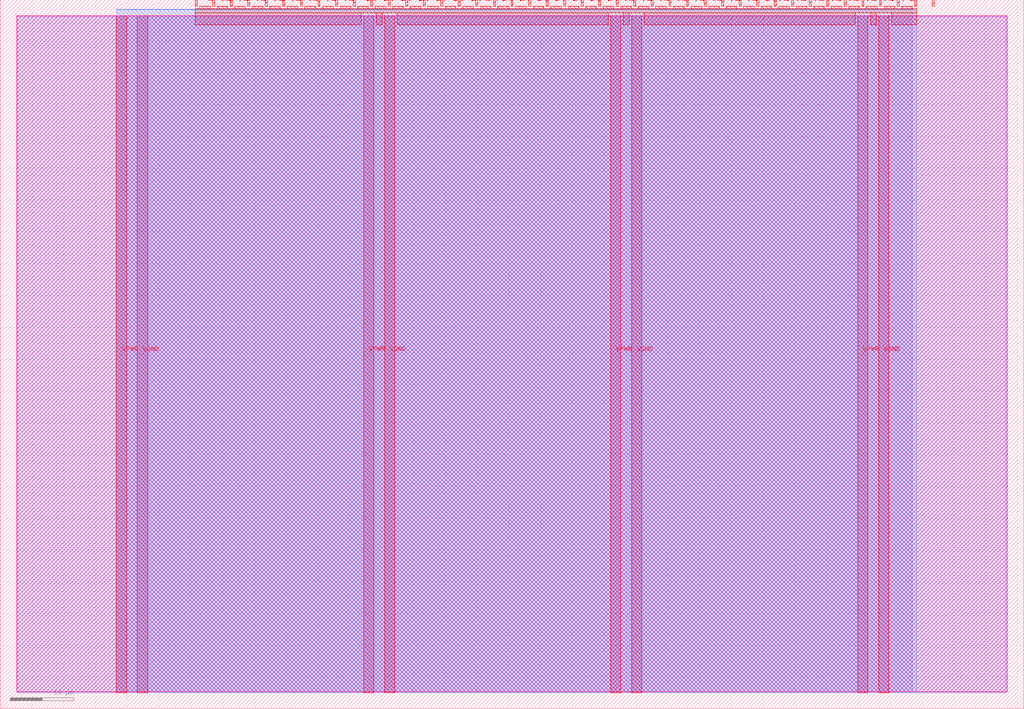
<source format=lef>
VERSION 5.7 ;
  NOWIREEXTENSIONATPIN ON ;
  DIVIDERCHAR "/" ;
  BUSBITCHARS "[]" ;
MACRO tt_um_wokwi_441378095886546945
  CLASS BLOCK ;
  FOREIGN tt_um_wokwi_441378095886546945 ;
  ORIGIN 0.000 0.000 ;
  SIZE 161.000 BY 111.520 ;
  PIN VGND
    DIRECTION INOUT ;
    USE GROUND ;
    PORT
      LAYER met4 ;
        RECT 21.580 2.480 23.180 109.040 ;
    END
    PORT
      LAYER met4 ;
        RECT 60.450 2.480 62.050 109.040 ;
    END
    PORT
      LAYER met4 ;
        RECT 99.320 2.480 100.920 109.040 ;
    END
    PORT
      LAYER met4 ;
        RECT 138.190 2.480 139.790 109.040 ;
    END
  END VGND
  PIN VPWR
    DIRECTION INOUT ;
    USE POWER ;
    PORT
      LAYER met4 ;
        RECT 18.280 2.480 19.880 109.040 ;
    END
    PORT
      LAYER met4 ;
        RECT 57.150 2.480 58.750 109.040 ;
    END
    PORT
      LAYER met4 ;
        RECT 96.020 2.480 97.620 109.040 ;
    END
    PORT
      LAYER met4 ;
        RECT 134.890 2.480 136.490 109.040 ;
    END
  END VPWR
  PIN clk
    DIRECTION INPUT ;
    USE SIGNAL ;
    ANTENNAGATEAREA 0.852000 ;
    PORT
      LAYER met4 ;
        RECT 143.830 110.520 144.130 111.520 ;
    END
  END clk
  PIN ena
    DIRECTION INPUT ;
    USE SIGNAL ;
    PORT
      LAYER met4 ;
        RECT 146.590 110.520 146.890 111.520 ;
    END
  END ena
  PIN rst_n
    DIRECTION INPUT ;
    USE SIGNAL ;
    PORT
      LAYER met4 ;
        RECT 141.070 110.520 141.370 111.520 ;
    END
  END rst_n
  PIN ui_in[0]
    DIRECTION INPUT ;
    USE SIGNAL ;
    PORT
      LAYER met4 ;
        RECT 138.310 110.520 138.610 111.520 ;
    END
  END ui_in[0]
  PIN ui_in[1]
    DIRECTION INPUT ;
    USE SIGNAL ;
    PORT
      LAYER met4 ;
        RECT 135.550 110.520 135.850 111.520 ;
    END
  END ui_in[1]
  PIN ui_in[2]
    DIRECTION INPUT ;
    USE SIGNAL ;
    PORT
      LAYER met4 ;
        RECT 132.790 110.520 133.090 111.520 ;
    END
  END ui_in[2]
  PIN ui_in[3]
    DIRECTION INPUT ;
    USE SIGNAL ;
    PORT
      LAYER met4 ;
        RECT 130.030 110.520 130.330 111.520 ;
    END
  END ui_in[3]
  PIN ui_in[4]
    DIRECTION INPUT ;
    USE SIGNAL ;
    PORT
      LAYER met4 ;
        RECT 127.270 110.520 127.570 111.520 ;
    END
  END ui_in[4]
  PIN ui_in[5]
    DIRECTION INPUT ;
    USE SIGNAL ;
    PORT
      LAYER met4 ;
        RECT 124.510 110.520 124.810 111.520 ;
    END
  END ui_in[5]
  PIN ui_in[6]
    DIRECTION INPUT ;
    USE SIGNAL ;
    PORT
      LAYER met4 ;
        RECT 121.750 110.520 122.050 111.520 ;
    END
  END ui_in[6]
  PIN ui_in[7]
    DIRECTION INPUT ;
    USE SIGNAL ;
    PORT
      LAYER met4 ;
        RECT 118.990 110.520 119.290 111.520 ;
    END
  END ui_in[7]
  PIN uio_in[0]
    DIRECTION INPUT ;
    USE SIGNAL ;
    PORT
      LAYER met4 ;
        RECT 116.230 110.520 116.530 111.520 ;
    END
  END uio_in[0]
  PIN uio_in[1]
    DIRECTION INPUT ;
    USE SIGNAL ;
    PORT
      LAYER met4 ;
        RECT 113.470 110.520 113.770 111.520 ;
    END
  END uio_in[1]
  PIN uio_in[2]
    DIRECTION INPUT ;
    USE SIGNAL ;
    PORT
      LAYER met4 ;
        RECT 110.710 110.520 111.010 111.520 ;
    END
  END uio_in[2]
  PIN uio_in[3]
    DIRECTION INPUT ;
    USE SIGNAL ;
    PORT
      LAYER met4 ;
        RECT 107.950 110.520 108.250 111.520 ;
    END
  END uio_in[3]
  PIN uio_in[4]
    DIRECTION INPUT ;
    USE SIGNAL ;
    PORT
      LAYER met4 ;
        RECT 105.190 110.520 105.490 111.520 ;
    END
  END uio_in[4]
  PIN uio_in[5]
    DIRECTION INPUT ;
    USE SIGNAL ;
    PORT
      LAYER met4 ;
        RECT 102.430 110.520 102.730 111.520 ;
    END
  END uio_in[5]
  PIN uio_in[6]
    DIRECTION INPUT ;
    USE SIGNAL ;
    PORT
      LAYER met4 ;
        RECT 99.670 110.520 99.970 111.520 ;
    END
  END uio_in[6]
  PIN uio_in[7]
    DIRECTION INPUT ;
    USE SIGNAL ;
    PORT
      LAYER met4 ;
        RECT 96.910 110.520 97.210 111.520 ;
    END
  END uio_in[7]
  PIN uio_oe[0]
    DIRECTION OUTPUT ;
    USE SIGNAL ;
    PORT
      LAYER met4 ;
        RECT 49.990 110.520 50.290 111.520 ;
    END
  END uio_oe[0]
  PIN uio_oe[1]
    DIRECTION OUTPUT ;
    USE SIGNAL ;
    PORT
      LAYER met4 ;
        RECT 47.230 110.520 47.530 111.520 ;
    END
  END uio_oe[1]
  PIN uio_oe[2]
    DIRECTION OUTPUT ;
    USE SIGNAL ;
    PORT
      LAYER met4 ;
        RECT 44.470 110.520 44.770 111.520 ;
    END
  END uio_oe[2]
  PIN uio_oe[3]
    DIRECTION OUTPUT ;
    USE SIGNAL ;
    PORT
      LAYER met4 ;
        RECT 41.710 110.520 42.010 111.520 ;
    END
  END uio_oe[3]
  PIN uio_oe[4]
    DIRECTION OUTPUT ;
    USE SIGNAL ;
    PORT
      LAYER met4 ;
        RECT 38.950 110.520 39.250 111.520 ;
    END
  END uio_oe[4]
  PIN uio_oe[5]
    DIRECTION OUTPUT ;
    USE SIGNAL ;
    PORT
      LAYER met4 ;
        RECT 36.190 110.520 36.490 111.520 ;
    END
  END uio_oe[5]
  PIN uio_oe[6]
    DIRECTION OUTPUT ;
    USE SIGNAL ;
    PORT
      LAYER met4 ;
        RECT 33.430 110.520 33.730 111.520 ;
    END
  END uio_oe[6]
  PIN uio_oe[7]
    DIRECTION OUTPUT ;
    USE SIGNAL ;
    PORT
      LAYER met4 ;
        RECT 30.670 110.520 30.970 111.520 ;
    END
  END uio_oe[7]
  PIN uio_out[0]
    DIRECTION OUTPUT ;
    USE SIGNAL ;
    PORT
      LAYER met4 ;
        RECT 72.070 110.520 72.370 111.520 ;
    END
  END uio_out[0]
  PIN uio_out[1]
    DIRECTION OUTPUT ;
    USE SIGNAL ;
    PORT
      LAYER met4 ;
        RECT 69.310 110.520 69.610 111.520 ;
    END
  END uio_out[1]
  PIN uio_out[2]
    DIRECTION OUTPUT ;
    USE SIGNAL ;
    PORT
      LAYER met4 ;
        RECT 66.550 110.520 66.850 111.520 ;
    END
  END uio_out[2]
  PIN uio_out[3]
    DIRECTION OUTPUT ;
    USE SIGNAL ;
    PORT
      LAYER met4 ;
        RECT 63.790 110.520 64.090 111.520 ;
    END
  END uio_out[3]
  PIN uio_out[4]
    DIRECTION OUTPUT ;
    USE SIGNAL ;
    PORT
      LAYER met4 ;
        RECT 61.030 110.520 61.330 111.520 ;
    END
  END uio_out[4]
  PIN uio_out[5]
    DIRECTION OUTPUT ;
    USE SIGNAL ;
    PORT
      LAYER met4 ;
        RECT 58.270 110.520 58.570 111.520 ;
    END
  END uio_out[5]
  PIN uio_out[6]
    DIRECTION OUTPUT ;
    USE SIGNAL ;
    PORT
      LAYER met4 ;
        RECT 55.510 110.520 55.810 111.520 ;
    END
  END uio_out[6]
  PIN uio_out[7]
    DIRECTION OUTPUT ;
    USE SIGNAL ;
    PORT
      LAYER met4 ;
        RECT 52.750 110.520 53.050 111.520 ;
    END
  END uio_out[7]
  PIN uo_out[0]
    DIRECTION OUTPUT ;
    USE SIGNAL ;
    ANTENNADIFFAREA 0.445500 ;
    PORT
      LAYER met4 ;
        RECT 94.150 110.520 94.450 111.520 ;
    END
  END uo_out[0]
  PIN uo_out[1]
    DIRECTION OUTPUT ;
    USE SIGNAL ;
    ANTENNADIFFAREA 0.445500 ;
    PORT
      LAYER met4 ;
        RECT 91.390 110.520 91.690 111.520 ;
    END
  END uo_out[1]
  PIN uo_out[2]
    DIRECTION OUTPUT ;
    USE SIGNAL ;
    ANTENNADIFFAREA 0.445500 ;
    PORT
      LAYER met4 ;
        RECT 88.630 110.520 88.930 111.520 ;
    END
  END uo_out[2]
  PIN uo_out[3]
    DIRECTION OUTPUT ;
    USE SIGNAL ;
    ANTENNADIFFAREA 0.445500 ;
    PORT
      LAYER met4 ;
        RECT 85.870 110.520 86.170 111.520 ;
    END
  END uo_out[3]
  PIN uo_out[4]
    DIRECTION OUTPUT ;
    USE SIGNAL ;
    PORT
      LAYER met4 ;
        RECT 83.110 110.520 83.410 111.520 ;
    END
  END uo_out[4]
  PIN uo_out[5]
    DIRECTION OUTPUT ;
    USE SIGNAL ;
    ANTENNADIFFAREA 0.445500 ;
    PORT
      LAYER met4 ;
        RECT 80.350 110.520 80.650 111.520 ;
    END
  END uo_out[5]
  PIN uo_out[6]
    DIRECTION OUTPUT ;
    USE SIGNAL ;
    PORT
      LAYER met4 ;
        RECT 77.590 110.520 77.890 111.520 ;
    END
  END uo_out[6]
  PIN uo_out[7]
    DIRECTION OUTPUT ;
    USE SIGNAL ;
    PORT
      LAYER met4 ;
        RECT 74.830 110.520 75.130 111.520 ;
    END
  END uo_out[7]
  OBS
      LAYER nwell ;
        RECT 2.570 2.635 158.430 108.990 ;
      LAYER li1 ;
        RECT 2.760 2.635 158.240 108.885 ;
      LAYER met1 ;
        RECT 2.760 2.480 158.240 109.040 ;
      LAYER met2 ;
        RECT 18.310 2.535 143.430 110.005 ;
      LAYER met3 ;
        RECT 18.290 2.555 144.170 109.985 ;
      LAYER met4 ;
        RECT 31.370 110.120 33.030 110.520 ;
        RECT 34.130 110.120 35.790 110.520 ;
        RECT 36.890 110.120 38.550 110.520 ;
        RECT 39.650 110.120 41.310 110.520 ;
        RECT 42.410 110.120 44.070 110.520 ;
        RECT 45.170 110.120 46.830 110.520 ;
        RECT 47.930 110.120 49.590 110.520 ;
        RECT 50.690 110.120 52.350 110.520 ;
        RECT 53.450 110.120 55.110 110.520 ;
        RECT 56.210 110.120 57.870 110.520 ;
        RECT 58.970 110.120 60.630 110.520 ;
        RECT 61.730 110.120 63.390 110.520 ;
        RECT 64.490 110.120 66.150 110.520 ;
        RECT 67.250 110.120 68.910 110.520 ;
        RECT 70.010 110.120 71.670 110.520 ;
        RECT 72.770 110.120 74.430 110.520 ;
        RECT 75.530 110.120 77.190 110.520 ;
        RECT 78.290 110.120 79.950 110.520 ;
        RECT 81.050 110.120 82.710 110.520 ;
        RECT 83.810 110.120 85.470 110.520 ;
        RECT 86.570 110.120 88.230 110.520 ;
        RECT 89.330 110.120 90.990 110.520 ;
        RECT 92.090 110.120 93.750 110.520 ;
        RECT 94.850 110.120 96.510 110.520 ;
        RECT 97.610 110.120 99.270 110.520 ;
        RECT 100.370 110.120 102.030 110.520 ;
        RECT 103.130 110.120 104.790 110.520 ;
        RECT 105.890 110.120 107.550 110.520 ;
        RECT 108.650 110.120 110.310 110.520 ;
        RECT 111.410 110.120 113.070 110.520 ;
        RECT 114.170 110.120 115.830 110.520 ;
        RECT 116.930 110.120 118.590 110.520 ;
        RECT 119.690 110.120 121.350 110.520 ;
        RECT 122.450 110.120 124.110 110.520 ;
        RECT 125.210 110.120 126.870 110.520 ;
        RECT 127.970 110.120 129.630 110.520 ;
        RECT 130.730 110.120 132.390 110.520 ;
        RECT 133.490 110.120 135.150 110.520 ;
        RECT 136.250 110.120 137.910 110.520 ;
        RECT 139.010 110.120 140.670 110.520 ;
        RECT 141.770 110.120 143.430 110.520 ;
        RECT 30.655 109.440 144.145 110.120 ;
        RECT 30.655 107.615 56.750 109.440 ;
        RECT 59.150 107.615 60.050 109.440 ;
        RECT 62.450 107.615 95.620 109.440 ;
        RECT 98.020 107.615 98.920 109.440 ;
        RECT 101.320 107.615 134.490 109.440 ;
        RECT 136.890 107.615 137.790 109.440 ;
        RECT 140.190 107.615 144.145 109.440 ;
  END
END tt_um_wokwi_441378095886546945
END LIBRARY


</source>
